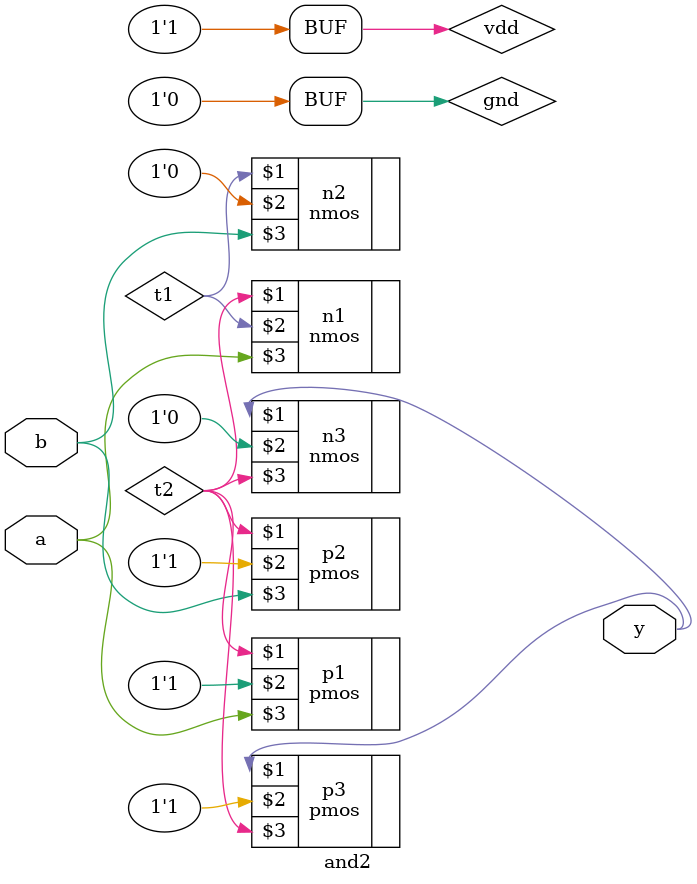
<source format=v>

module and2 (

	input	a, b,
	output	y

);

	supply1 vdd;
	supply0 gnd;
	
	wire t1, t2;
	
	pmos p1 (t2, vdd, a);
	pmos p2 (t2, vdd, b);
	
	nmos n1 (t2, t1, a);
	nmos n2 (t1, gnd, b);
	
	pmos p3 (y, vdd, t2);
	nmos n3 (y, gnd, t2);

endmodule
</source>
